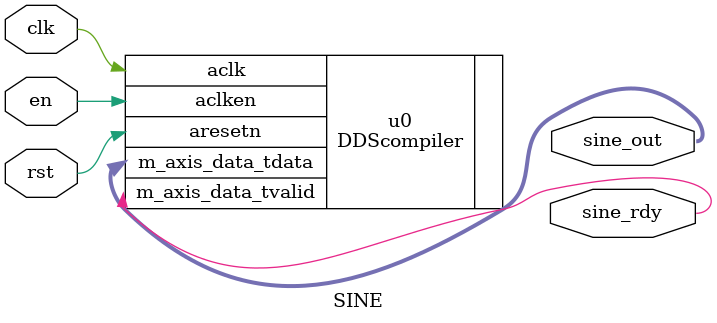
<source format=v>
`timescale 1ns / 1ps
/*
- SINE.v
- Author Cedric Destin
- Data 2/14/2014

- Description
  TODO
*/
module SINE(
	input clk,
	input en,
    input rst,    

    output sine_rdy,
    output [15:0] sine_out
    );


	/*
	- @ Module DDScompiler
	- Description: 
		- Sine wave generator
	*/

	DDScompiler u0 (
		.aclk(clk),
		.aclken(en),
		.aresetn(rst),
		
		.m_axis_data_tvalid(sine_rdy),
		.m_axis_data_tdata(sine_out)
	);
endmodule

</source>
